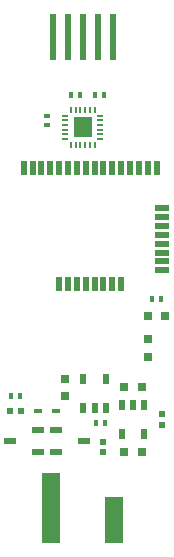
<source format=gtp>
G04*
G04 #@! TF.GenerationSoftware,Altium Limited,Altium Designer,18.1.6 (161)*
G04*
G04 Layer_Color=8421504*
%FSLAX24Y24*%
%MOIN*%
G70*
G01*
G75*
%ADD15R,0.0236X0.1575*%
%ADD16R,0.0315X0.0315*%
%ADD17O,0.0236X0.0079*%
%ADD18O,0.0079X0.0236*%
%ADD19R,0.0606X0.0669*%
%ADD20R,0.0197X0.0157*%
%ADD21R,0.0157X0.0197*%
%ADD22R,0.0197X0.0472*%
%ADD23R,0.0472X0.0197*%
%ADD24R,0.0315X0.0315*%
%ADD25R,0.0394X0.0236*%
%ADD26R,0.0591X0.1575*%
%ADD27R,0.0591X0.2362*%
%ADD28R,0.0217X0.0217*%
%ADD29R,0.0256X0.0157*%
%ADD30R,0.0217X0.0217*%
%ADD31R,0.0217X0.0335*%
D15*
X500Y16890D02*
D03*
X1000D02*
D03*
X-1000D02*
D03*
X-500D02*
D03*
X0D02*
D03*
D16*
X2165Y6831D02*
D03*
Y6240D02*
D03*
X-591Y5502D02*
D03*
Y4911D02*
D03*
D17*
X591Y13484D02*
D03*
Y13642D02*
D03*
Y13799D02*
D03*
Y13957D02*
D03*
Y14114D02*
D03*
Y14272D02*
D03*
X-591D02*
D03*
Y14114D02*
D03*
Y13957D02*
D03*
Y13799D02*
D03*
Y13642D02*
D03*
Y13484D02*
D03*
D18*
X394Y14468D02*
D03*
X236D02*
D03*
X79D02*
D03*
X-79D02*
D03*
X-236D02*
D03*
X-394D02*
D03*
Y13287D02*
D03*
X-236D02*
D03*
X-79D02*
D03*
X79D02*
D03*
X236D02*
D03*
X394D02*
D03*
D19*
X0Y13878D02*
D03*
D20*
X-1181Y14272D02*
D03*
Y13957D02*
D03*
D21*
X394Y14961D02*
D03*
X709D02*
D03*
X-79D02*
D03*
X-394D02*
D03*
X2618Y8169D02*
D03*
X2303D02*
D03*
X-2402Y4921D02*
D03*
X-2087D02*
D03*
X748Y4035D02*
D03*
X433D02*
D03*
D22*
X-787Y8661D02*
D03*
X1280D02*
D03*
X689D02*
D03*
X984D02*
D03*
X-492D02*
D03*
X98D02*
D03*
X-197D02*
D03*
X394D02*
D03*
X-1083Y12520D02*
D03*
X-1673D02*
D03*
X-1378D02*
D03*
X-1968D02*
D03*
X394D02*
D03*
X-197D02*
D03*
X98D02*
D03*
X-787D02*
D03*
X-492D02*
D03*
X984D02*
D03*
X689D02*
D03*
X1575D02*
D03*
X1280D02*
D03*
X1870D02*
D03*
X2165D02*
D03*
X2461D02*
D03*
D23*
X2638Y11181D02*
D03*
Y10886D02*
D03*
Y9114D02*
D03*
Y9409D02*
D03*
Y9705D02*
D03*
Y10000D02*
D03*
Y10295D02*
D03*
Y10591D02*
D03*
D24*
X2165Y7579D02*
D03*
X2756D02*
D03*
X1378Y5217D02*
D03*
X1969D02*
D03*
X1378Y3051D02*
D03*
X1969D02*
D03*
D25*
X-886Y3799D02*
D03*
Y3051D02*
D03*
X59Y3425D02*
D03*
X-1476Y3051D02*
D03*
Y3799D02*
D03*
X-2421Y3425D02*
D03*
D26*
X1043Y787D02*
D03*
D27*
X-1043Y1181D02*
D03*
D28*
X689Y3406D02*
D03*
Y3051D02*
D03*
X2657Y4311D02*
D03*
Y3957D02*
D03*
D29*
X-886Y4429D02*
D03*
X-1476D02*
D03*
D30*
X-2421D02*
D03*
X-2067D02*
D03*
D31*
X2047Y3652D02*
D03*
X1299D02*
D03*
Y4616D02*
D03*
X1673D02*
D03*
X2047D02*
D03*
X20Y5502D02*
D03*
X768D02*
D03*
Y4537D02*
D03*
X394D02*
D03*
X20D02*
D03*
M02*

</source>
